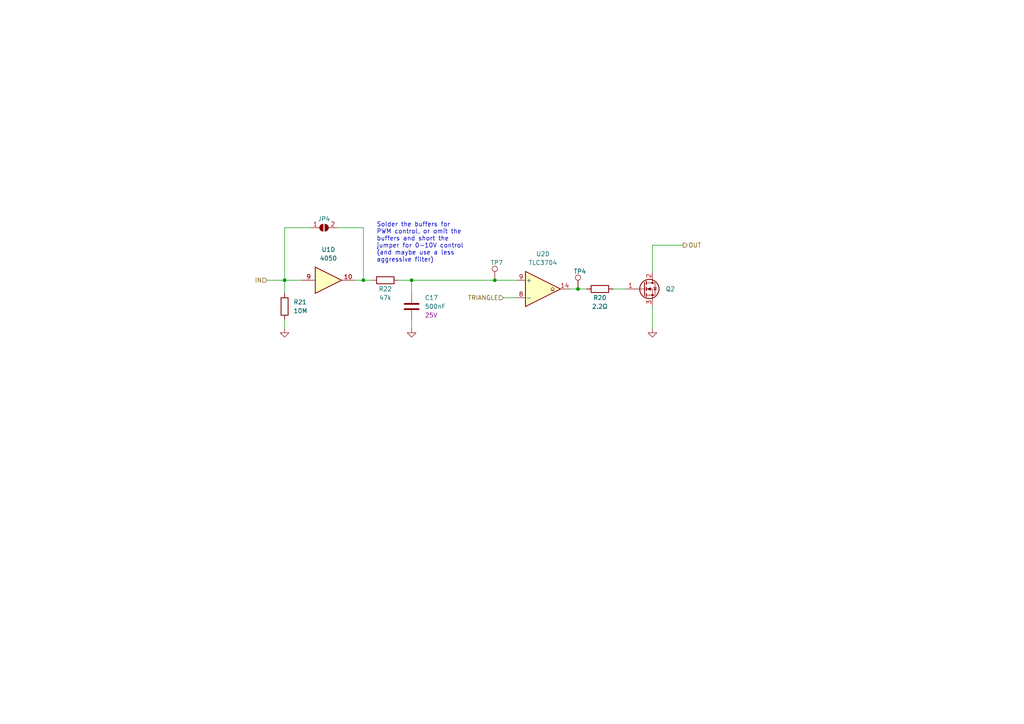
<source format=kicad_sch>
(kicad_sch (version 20230121) (generator eeschema)
  (paper "A4")
  (lib_symbols
    (symbol "4xxx:4050" (pin_names (offset 1.016))
      (property "Reference" "U" (at 0 1.27 0))
      (property "Value" "4050" (at 0 -1.27 0))
      (symbol "4050_1_0"
        (polyline (pts (xy -3.81 3.81) (xy -3.81 -3.81) (xy 3.81 0) (xy -3.81 3.81)) (stroke (width 0.254)) (fill (type background)))
        (pin output line (at 7.62 0 180) (length 3.81) (name "~") (number "2"))
        (pin input line (at -7.62 0 0) (length 3.81) (name "~") (number "3"))
      )
      (symbol "4050_2_0"
        (polyline (pts (xy -3.81 3.81) (xy -3.81 -3.81) (xy 3.81 0) (xy -3.81 3.81)) (stroke (width 0.254)) (fill (type background)))
        (pin output line (at 7.62 0 180) (length 3.81) (name "~") (number "4"))
        (pin input line (at -7.62 0 0) (length 3.81) (name "~") (number "5"))
      )
      (symbol "4050_3_0"
        (polyline (pts (xy -3.81 3.81) (xy -3.81 -3.81) (xy 3.81 0) (xy -3.81 3.81)) (stroke (width 0.254)) (fill (type background)))
        (pin output line (at 7.62 0 180) (length 3.81) (name "~") (number "6"))
        (pin input line (at -7.62 0 0) (length 3.81) (name "~") (number "7"))
      )
      (symbol "4050_4_0"
        (polyline (pts (xy -3.81 3.81) (xy -3.81 -3.81) (xy 3.81 0) (xy -3.81 3.81)) (stroke (width 0.254)) (fill (type background)))
        (pin output line (at 7.62 0 180) (length 3.81) (name "~") (number "10"))
        (pin input line (at -7.62 0 0) (length 3.81) (name "~") (number "9"))
      )
      (symbol "4050_5_0"
        (polyline (pts (xy -3.81 3.81) (xy -3.81 -3.81) (xy 3.81 0) (xy -3.81 3.81)) (stroke (width 0.254)) (fill (type background)))
        (pin input line (at -7.62 0 0) (length 3.81) (name "~") (number "11"))
        (pin output line (at 7.62 0 180) (length 3.81) (name "~") (number "12"))
      )
      (symbol "4050_6_0"
        (polyline (pts (xy -3.81 3.81) (xy -3.81 -3.81) (xy 3.81 0) (xy -3.81 3.81)) (stroke (width 0.254)) (fill (type background)))
        (pin input line (at -7.62 0 0) (length 3.81) (name "~") (number "14"))
        (pin output line (at 7.62 0 180) (length 3.81) (name "~") (number "15"))
      )
      (symbol "4050_7_0"
        (pin power_in line (at 0 12.7 270) (length 5.08) (name "VCC") (number "1"))
        (pin power_in line (at 0 -12.7 90) (length 5.08) (name "VSS") (number "8"))
      )
      (symbol "4050_7_1"
        (rectangle (start -5.08 7.62) (end 5.08 -7.62) (stroke (width 0.254)) (fill (type background)))
      )
    )
    (symbol "Comparator:LM339" (pin_names (offset 0.127))
      (property "Reference" "U" (at 0 5.08 0))
      (property "Value" "LM339" (at 0 -5.08 0))
      (symbol "LM339_1_1"
        (polyline (pts (xy -5.08 5.08) (xy 5.08 0) (xy -5.08 -5.08) (xy -5.08 5.08)) (stroke (width 0.254)) (fill (type background)))
        (polyline (pts (xy 3.302 -0.508) (xy 2.794 -0.508) (xy 3.302 0) (xy 2.794 0.508) (xy 2.286 0) (xy 2.794 -0.508) (xy 2.286 -0.508)) (stroke (width 0.127)))
        (pin open_collector line (at 7.62 0 180) (length 2.54) (name "~") (number "2"))
        (pin input line (at -7.62 -2.54 0) (length 2.54) (name "-") (number "4"))
        (pin input line (at -7.62 2.54 0) (length 2.54) (name "+") (number "5"))
      )
      (symbol "LM339_2_1"
        (polyline (pts (xy -5.08 5.08) (xy 5.08 0) (xy -5.08 -5.08) (xy -5.08 5.08)) (stroke (width 0.254)) (fill (type background)))
        (polyline (pts (xy 3.302 -0.508) (xy 2.794 -0.508) (xy 3.302 0) (xy 2.794 0.508) (xy 2.286 0) (xy 2.794 -0.508) (xy 2.286 -0.508)) (stroke (width 0.127)))
        (pin open_collector line (at 7.62 0 180) (length 2.54) (name "~") (number "1"))
        (pin input line (at -7.62 -2.54 0) (length 2.54) (name "-") (number "6"))
        (pin input line (at -7.62 2.54 0) (length 2.54) (name "+") (number "7"))
      )
      (symbol "LM339_3_1"
        (polyline (pts (xy -5.08 5.08) (xy 5.08 0) (xy -5.08 -5.08) (xy -5.08 5.08)) (stroke (width 0.254)) (fill (type background)))
        (polyline (pts (xy 3.302 -0.508) (xy 2.794 -0.508) (xy 3.302 0) (xy 2.794 0.508) (xy 2.286 0) (xy 2.794 -0.508) (xy 2.286 -0.508)) (stroke (width 0.127)))
        (pin input line (at -7.62 -2.54 0) (length 2.54) (name "-") (number "10"))
        (pin input line (at -7.62 2.54 0) (length 2.54) (name "+") (number "11"))
        (pin open_collector line (at 7.62 0 180) (length 2.54) (name "~") (number "13"))
      )
      (symbol "LM339_4_1"
        (polyline (pts (xy -5.08 5.08) (xy 5.08 0) (xy -5.08 -5.08) (xy -5.08 5.08)) (stroke (width 0.254)) (fill (type background)))
        (polyline (pts (xy 3.302 -0.508) (xy 2.794 -0.508) (xy 3.302 0) (xy 2.794 0.508) (xy 2.286 0) (xy 2.794 -0.508) (xy 2.286 -0.508)) (stroke (width 0.127)))
        (pin open_collector line (at 7.62 0 180) (length 2.54) (name "~") (number "14"))
        (pin input line (at -7.62 -2.54 0) (length 2.54) (name "-") (number "8"))
        (pin input line (at -7.62 2.54 0) (length 2.54) (name "+") (number "9"))
      )
      (symbol "LM339_5_1"
        (pin power_in line (at -2.54 -7.62 90) (length 3.81) (name "V-") (number "12"))
        (pin power_in line (at -2.54 7.62 270) (length 3.81) (name "V+") (number "3"))
      )
    )
    (symbol "Connector:TestPoint" (pin_numbers hide) (pin_names (offset 0.762) hide)
      (property "Reference" "TP" (at 0 6.858 0))
      (property "Value" "TestPoint" (at 0 5.08 0))
      (symbol "TestPoint_0_1"
        (circle (center 0 3.302) (radius 0.762))
      )
      (symbol "TestPoint_1_1"
        (pin passive line (at 0 0 90) (length 2.54) (name "1") (number "1"))
      )
    )
    (symbol "Device:C" (pin_numbers hide) (pin_names (offset 0.254))
      (property "Reference" "C" (at 0.635 2.54 0))
      (property "Value" "C" (at 0.635 -2.54 0))
      (symbol "C_0_1"
        (polyline (pts (xy -2.032 -0.762) (xy 2.032 -0.762)) (stroke (width 0.508)))
        (polyline (pts (xy -2.032 0.762) (xy 2.032 0.762)) (stroke (width 0.508)))
      )
      (symbol "C_1_1"
        (pin passive line (at 0 3.81 270) (length 2.794) (name "~") (number "1"))
        (pin passive line (at 0 -3.81 90) (length 2.794) (name "~") (number "2"))
      )
    )
    (symbol "Device:Q_NMOS_GDS" (pin_names (offset 0) hide)
      (property "Reference" "Q" (at 5.08 1.27 0))
      (property "Value" "Q_NMOS_GDS" (at 5.08 -1.27 0))
      (symbol "Q_NMOS_GDS_0_1"
        (polyline (pts (xy 0.254 0) (xy -2.54 0)))
        (polyline (pts (xy 0.254 1.905) (xy 0.254 -1.905)) (stroke (width 0.254)))
        (polyline (pts (xy 0.762 -1.27) (xy 0.762 -2.286)) (stroke (width 0.254)))
        (polyline (pts (xy 0.762 0.508) (xy 0.762 -0.508)) (stroke (width 0.254)))
        (polyline (pts (xy 0.762 2.286) (xy 0.762 1.27)) (stroke (width 0.254)))
        (polyline (pts (xy 2.54 2.54) (xy 2.54 1.778)))
        (polyline (pts (xy 2.54 -2.54) (xy 2.54 0) (xy 0.762 0)))
        (polyline (pts (xy 0.762 -1.778) (xy 3.302 -1.778) (xy 3.302 1.778) (xy 0.762 1.778)))
        (polyline (pts (xy 1.016 0) (xy 2.032 0.381) (xy 2.032 -0.381) (xy 1.016 0)) (fill (type outline)))
        (polyline (pts (xy 2.794 0.508) (xy 2.921 0.381) (xy 3.683 0.381) (xy 3.81 0.254)))
        (polyline (pts (xy 3.302 0.381) (xy 2.921 -0.254) (xy 3.683 -0.254) (xy 3.302 0.381)))
        (circle (center 1.651 0) (radius 2.794) (stroke (width 0.254)))
        (circle (center 2.54 -1.778) (radius 0.254) (fill (type outline)))
        (circle (center 2.54 1.778) (radius 0.254) (fill (type outline)))
      )
      (symbol "Q_NMOS_GDS_1_1"
        (pin input line (at -5.08 0 0) (length 2.54) (name "G") (number "1"))
        (pin passive line (at 2.54 5.08 270) (length 2.54) (name "D") (number "2"))
        (pin passive line (at 2.54 -5.08 90) (length 2.54) (name "S") (number "3"))
      )
    )
    (symbol "Device:R" (pin_numbers hide) (pin_names (offset 0))
      (property "Reference" "R" (at 2.032 0 90))
      (property "Value" "R" (at 0 0 90))
      (symbol "R_0_1"
        (rectangle (start -1.016 -2.54) (end 1.016 2.54) (stroke (width 0.254)))
      )
      (symbol "R_1_1"
        (pin passive line (at 0 3.81 270) (length 1.27) (name "~") (number "1"))
        (pin passive line (at 0 -3.81 90) (length 1.27) (name "~") (number "2"))
      )
    )
    (symbol "Jumper:SolderJumper_2_Open" (pin_names (offset 0) hide)
      (property "Reference" "JP" (at 0 2.032 0))
      (property "Value" "SolderJumper_2_Open" (at 0 -2.54 0))
      (symbol "SolderJumper_2_Open_0_1"
        (arc (start -0.254 1.016) (mid -1.2656 0) (end -0.254 -1.016))
        (arc (start -0.254 1.016) (mid -1.2656 0) (end -0.254 -1.016) (fill (type outline)))
        (polyline (pts (xy -0.254 1.016) (xy -0.254 -1.016)))
        (polyline (pts (xy 0.254 1.016) (xy 0.254 -1.016)))
        (arc (start 0.254 -1.016) (mid 1.2656 0) (end 0.254 1.016))
        (arc (start 0.254 -1.016) (mid 1.2656 0) (end 0.254 1.016) (fill (type outline)))
      )
      (symbol "SolderJumper_2_Open_1_1"
        (pin passive line (at -3.81 0 0) (length 2.54) (name "A") (number "1"))
        (pin passive line (at 3.81 0 180) (length 2.54) (name "B") (number "2"))
      )
    )
    (symbol "power:GND" (power) (pin_names (offset 0))
      (property "Value" "GND" (at 0 -3.81 0))
      (symbol "GND_0_1"
        (polyline (pts (xy 0 0) (xy 0 -1.27) (xy 1.27 -1.27) (xy 0 -2.54) (xy -1.27 -1.27) (xy 0 -1.27)))
      )
      (symbol "GND_1_1"
        (pin power_in line (at 0 0 270) (length 0) hide (name "GND") (number "1"))
      )
    )
  )
  (junction (at 82.55 81.28))
  (junction (at 167.64 83.82))
  (junction (at 105.41 81.28))
  (junction (at 143.51 81.28))
  (junction (at 119.38 81.28))
  (wire (pts (xy 82.55 92.71) (xy 82.55 95.25)))
  (wire (pts (xy 177.8 83.82) (xy 181.61 83.82)))
  (wire (pts (xy 143.51 81.28) (xy 149.86 81.28)))
  (wire (pts (xy 189.23 78.74) (xy 189.23 71.12)))
  (wire (pts (xy 105.41 81.28) (xy 107.95 81.28)))
  (wire (pts (xy 189.23 88.9) (xy 189.23 95.25)))
  (wire (pts (xy 102.87 81.28) (xy 105.41 81.28)))
  (wire (pts (xy 90.17 66.04) (xy 82.55 66.04)))
  (wire (pts (xy 105.41 66.04) (xy 105.41 81.28)))
  (wire (pts (xy 119.38 92.71) (xy 119.38 95.25)))
  (wire (pts (xy 115.57 81.28) (xy 119.38 81.28)))
  (wire (pts (xy 97.79 66.04) (xy 105.41 66.04)))
  (wire (pts (xy 82.55 81.28) (xy 82.55 85.09)))
  (wire (pts (xy 165.1 83.82) (xy 167.64 83.82)))
  (wire (pts (xy 77.47 81.28) (xy 82.55 81.28)))
  (wire (pts (xy 167.64 83.82) (xy 170.18 83.82)))
  (wire (pts (xy 146.05 86.36) (xy 149.86 86.36)))
  (wire (pts (xy 189.23 71.12) (xy 198.12 71.12)))
  (wire (pts (xy 82.55 81.28) (xy 87.63 81.28)))
  (wire (pts (xy 119.38 81.28) (xy 143.51 81.28)))
  (wire (pts (xy 119.38 81.28) (xy 119.38 85.09)))
  (wire (pts (xy 82.55 66.04) (xy 82.55 81.28)))
  (text "Solder the buffers for \nPWM control, or omit the\nbuffers and short the \njumper for 0-10V control\n(and maybe use a less\naggressive filter)" (at 109.22 76.2 0) (effects (font (size 1.27 1.27)) (justify left bottom)))
  (hierarchical_label "OUT" (shape output) (at 198.12 71.12 0))
  (hierarchical_label "IN" (shape input) (at 77.47 81.28 180))
  (hierarchical_label "TRIANGLE" (shape input) (at 146.05 86.36 180))
  (symbol (lib_id "power:GND") (at 82.55 95.25 0) (unit 1)
    (property "Reference" "#PWR035" (effects hide))
    (property "Value" "GND" (effects hide))
    (instances (project "fast_pwm_controller" (path "" (reference "#PWR035") (unit 1)) (path "" (reference "#PWR048") (unit 1)) (path "" (reference "#PWR051") (unit 1)) (path "" (reference "#PWR054") (unit 1))))
  )
  (symbol (lib_id "Comparator:LM339") (at 157.48 83.82 0) (unit 4)
    (property "Reference" "U2" (at 157.48 73.66 0))
    (property "Value" "TLC3704" (at 157.48 76.2 0))
    (property "Footprint" "Package_SO:SOIC-14_3.9x8.7mm_P1.27mm" (effects hide))
    (property "Datasheet" "https://www.st.com/resource/en/datasheet/lm139.pdf" (effects hide))
    (instances (project "fast_pwm_controller" (path "" (reference "U2") (unit 4)) (path "" (reference "U2") (unit 3)) (path "" (reference "U2") (unit 2)) (path "" (reference "U2") (unit 1))))
  )
  (symbol (lib_id "Device:R") (at 111.76 81.28 270) (unit 1)
    (property "Reference" "R22" (at 111.76 83.82 90))
    (property "Value" "47k" (at 111.76 86.36 90))
    (property "Footprint" "Resistor_SMD:R_0805_2012Metric" (effects hide))
    (instances (project "fast_pwm_controller" (path "" (reference "R22") (unit 1)) (path "" (reference "R12") (unit 1)) (path "" (reference "R19") (unit 1)) (path "" (reference "R25") (unit 1))))
  )
  (symbol (lib_id "power:GND") (at 119.38 95.25 0) (unit 1)
    (property "Reference" "#PWR036" (effects hide))
    (property "Value" "GND" (effects hide))
    (instances (project "fast_pwm_controller" (path "" (reference "#PWR036") (unit 1)) (path "" (reference "#PWR049") (unit 1)) (path "" (reference "#PWR052") (unit 1)) (path "" (reference "#PWR055") (unit 1))))
  )
  (symbol (lib_id "Device:R") (at 173.99 83.82 270) (unit 1)
    (property "Reference" "R20" (at 173.99 86.36 90))
    (property "Value" "2.2Ω" (at 173.99 88.9 90))
    (property "Footprint" "Resistor_SMD:R_0805_2012Metric" (effects hide))
    (instances (project "fast_pwm_controller" (path "" (reference "R20") (unit 1)) (path "" (reference "R26") (unit 1)) (path "" (reference "R13") (unit 1)) (path "" (reference "R23") (unit 1))))
  )
  (symbol (lib_id "Jumper:SolderJumper_2_Open") (at 93.98 66.04 0) (unit 1)
    (property "Reference" "JP4" (at 93.98 63.5 0))
    (property "Value" "SolderJumper_2_Open" (effects hide))
    (property "Footprint" "Jumper:SolderJumper-2_P1.3mm_Open_RoundedPad1.0x1.5mm" (effects hide))
    (instances (project "fast_pwm_controller" (path "" (reference "JP4") (unit 1)) (path "" (reference "JP1") (unit 1)) (path "" (reference "JP3") (unit 1)) (path "" (reference "JP5") (unit 1))))
  )
  (symbol (lib_id "power:GND") (at 189.23 95.25 0) (unit 1)
    (property "Reference" "#PWR037" (effects hide))
    (property "Value" "GND" (effects hide))
    (instances (project "fast_pwm_controller" (path "" (reference "#PWR037") (unit 1)) (path "" (reference "#PWR050") (unit 1)) (path "" (reference "#PWR053") (unit 1)) (path "" (reference "#PWR056") (unit 1))))
  )
  (symbol (lib_id "Device:C") (at 119.38 88.9 180) (unit 1)
    (property "Reference" "C17" (at 123.19 86.36 0) (effects (justify right)))
    (property "Value" "500nF" (at 123.19 88.9 0) (effects (justify right)))
    (property "Footprint" "Capacitor_SMD:C_0805_2012Metric" (effects hide))
    (property "Info" "25V" (at 123.19 91.44 0) (effects (justify right)))
    (instances (project "fast_pwm_controller" (path "" (reference "C17") (unit 1)) (path "" (reference "C8") (unit 1)) (path "" (reference "C16") (unit 1)) (path "" (reference "C18") (unit 1))))
  )
  (symbol (lib_id "Device:R") (at 82.55 88.9 0) (unit 1)
    (property "Reference" "R21" (at 85.09 87.63 0) (effects (justify left)))
    (property "Value" "10M" (at 85.09 90.17 0) (effects (justify left)))
    (property "Footprint" "Resistor_SMD:R_0805_2012Metric" (effects hide))
    (instances (project "fast_pwm_controller" (path "" (reference "R21") (unit 1)) (path "" (reference "R11") (unit 1)) (path "" (reference "R18") (unit 1)) (path "" (reference "R24") (unit 1))))
  )
  (symbol (lib_id "Connector:TestPoint") (at 143.51 81.28 0) (unit 1)
    (property "Reference" "TP7" (at 142.24 76.2 0) (effects (justify left)))
    (property "Value" "TestPoint" (effects hide))
    (property "Footprint" "TestPoint:TestPoint_THTPad_D2.0mm_Drill1.0mm" (effects hide))
    (instances (project "fast_pwm_controller" (path "" (reference "TP7") (unit 1)) (path "" (reference "TP3") (unit 1)) (path "" (reference "TP5") (unit 1)) (path "" (reference "TP9") (unit 1))))
  )
  (symbol (lib_id "Connector:TestPoint") (at 167.64 83.82 0) (unit 1)
    (property "Reference" "TP4" (at 166.37 78.74 0) (effects (justify left)))
    (property "Value" "TestPoint" (effects hide))
    (property "Footprint" "TestPoint:TestPoint_THTPad_D2.0mm_Drill1.0mm" (effects hide))
    (instances (project "fast_pwm_controller" (path "" (reference "TP4") (unit 1)) (path "" (reference "TP6") (unit 1)) (path "" (reference "TP8") (unit 1)) (path "" (reference "TP10") (unit 1))))
  )
  (symbol (lib_id "4xxx:4050") (at 95.25 81.28 0) (unit 4)
    (property "Reference" "U1" (at 95.25 72.39 0))
    (property "Value" "4050" (at 95.25 74.93 0))
    (property "Footprint" "Package_SO:SOIC-16_3.9x9.9mm_P1.27mm" (effects hide))
    (property "Datasheet" "http://www.intersil.com/content/dam/intersil/documents/cd40/cd4050bms.pdf" (effects hide))
    (instances (project "fast_pwm_controller" (path "" (reference "U1") (unit 4)) (path "" (reference "U1") (unit 3)) (path "" (reference "U1") (unit 1)) (path "" (reference "U1") (unit 2))))
  )
  (symbol (lib_id "Device:Q_NMOS_GDS") (at 186.69 83.82 0) (unit 1)
    (property "Reference" "Q2" (at 193.04 83.82 0) (effects (justify left)))
    (property "Value" "BUK7516-55A,127" (effects hide))
    (property "Footprint" "Package_TO_SOT_THT:TO-220-3_Vertical" (effects hide))
    (property "Shop" "https://www.digikey.com/en/products/detail/rochester-electronics-llc/BUK7516-55A-127/12591645" (effects hide))
    (instances (project "fast_pwm_controller" (path "" (reference "Q2") (unit 1)) (path "" (reference "Q4") (unit 1)) (path "" (reference "Q1") (unit 1)) (path "" (reference "Q3") (unit 1))))
  )
)
</source>
